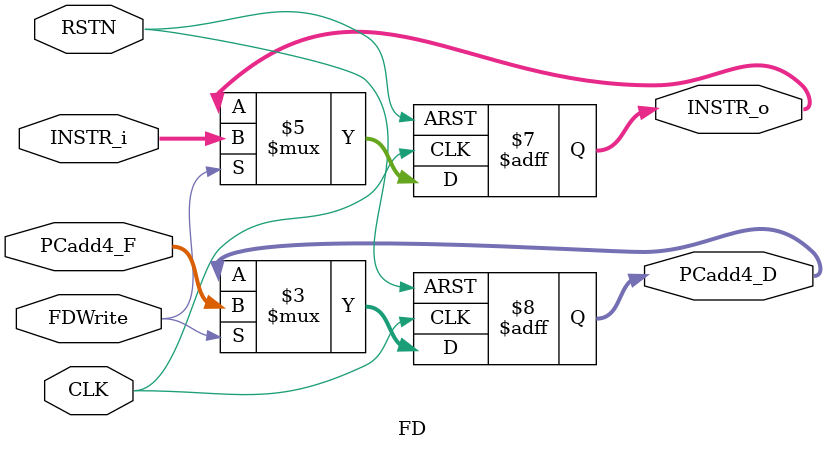
<source format=v>
module FD(
	input CLK, RSTN, FDWrite,
	input [31:0] INSTR_i, PCadd4_F,
	output reg [31:0] INSTR_o, PCadd4_D
);

always@(posedge CLK or negedge RSTN) begin
	if(~RSTN) begin INSTR_o <= 0; PCadd4_D <= 0; end
	else if (FDWrite) begin 
		INSTR_o <= INSTR_i; 
		PCadd4_D <= PCadd4_F;
	end
end
endmodule

</source>
